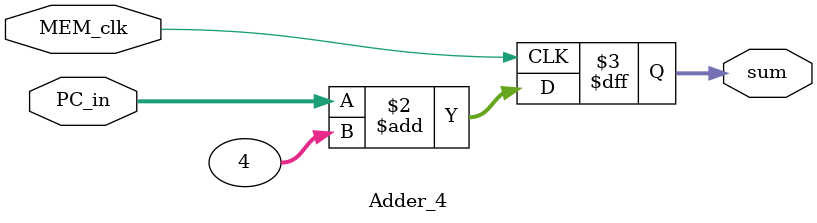
<source format=v>
`timescale 1ns / 1ps


module Adder_4(
    input MEM_clk,
    input [31:0] PC_in,   //define proper bus widths
    output reg [31:0] sum
    );
    
    always@(posedge MEM_clk)
        begin
        sum <= PC_in + 32'd4; // **check if we need to include overflow failsafes
        end
endmodule

</source>
